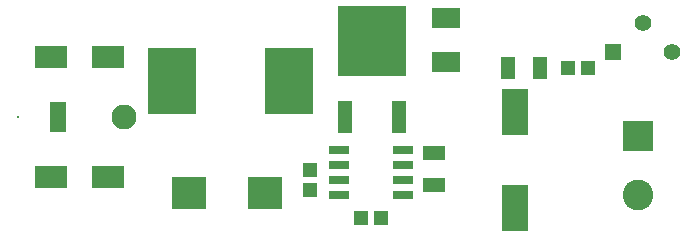
<source format=gts>
G04*
G04 #@! TF.GenerationSoftware,Altium Limited,Altium Designer,21.6.1 (37)*
G04*
G04 Layer_Color=8388736*
%FSLAX25Y25*%
%MOIN*%
G70*
G04*
G04 #@! TF.SameCoordinates,EE309F7F-E528-4661-BA6D-D9C948015DE1*
G04*
G04*
G04 #@! TF.FilePolarity,Negative*
G04*
G01*
G75*
%ADD27R,0.15958X0.22453*%
%ADD28R,0.09383X0.07099*%
%ADD29R,0.06706X0.03162*%
%ADD30R,0.04973X0.11036*%
%ADD31R,0.22973X0.23635*%
%ADD32R,0.05131X0.07493*%
%ADD33R,0.11706X0.10839*%
%ADD34R,0.08674X0.15761*%
%ADD35R,0.05131X0.04737*%
%ADD36R,0.04737X0.05131*%
%ADD37R,0.07493X0.05131*%
%ADD38C,0.08280*%
%ADD39R,0.10642X0.07493*%
%ADD40C,0.00800*%
%ADD41R,0.05524X0.10249*%
%ADD42C,0.10249*%
%ADD43R,0.10249X0.10249*%
%ADD44R,0.05524X0.05524*%
%ADD45C,0.05524*%
D27*
X62587Y51181D02*
D03*
X101760D02*
D03*
D28*
X154000Y72228D02*
D03*
Y57758D02*
D03*
D29*
X118354Y28386D02*
D03*
Y23386D02*
D03*
Y18386D02*
D03*
Y13386D02*
D03*
X139614Y28386D02*
D03*
Y23386D02*
D03*
Y18386D02*
D03*
Y13386D02*
D03*
D30*
X138433Y39173D02*
D03*
X120402D02*
D03*
D31*
X129417Y64764D02*
D03*
D32*
X185315Y55700D02*
D03*
X174685D02*
D03*
D33*
X68323Y14000D02*
D03*
X93677D02*
D03*
D34*
X177000Y40945D02*
D03*
Y9055D02*
D03*
D35*
X125638Y5757D02*
D03*
X132331D02*
D03*
X194454Y55700D02*
D03*
X201147D02*
D03*
D36*
X108465Y15040D02*
D03*
Y21733D02*
D03*
D37*
X150000Y27315D02*
D03*
Y16685D02*
D03*
D38*
X46654Y39370D02*
D03*
D39*
X41142Y59311D02*
D03*
X22244D02*
D03*
X41142Y19429D02*
D03*
X22244D02*
D03*
D40*
X11220Y39370D02*
D03*
D41*
X24606D02*
D03*
D42*
X218000Y13158D02*
D03*
D43*
Y32842D02*
D03*
D44*
X209700Y60900D02*
D03*
D45*
X219543Y70742D02*
D03*
X229385Y60900D02*
D03*
M02*

</source>
